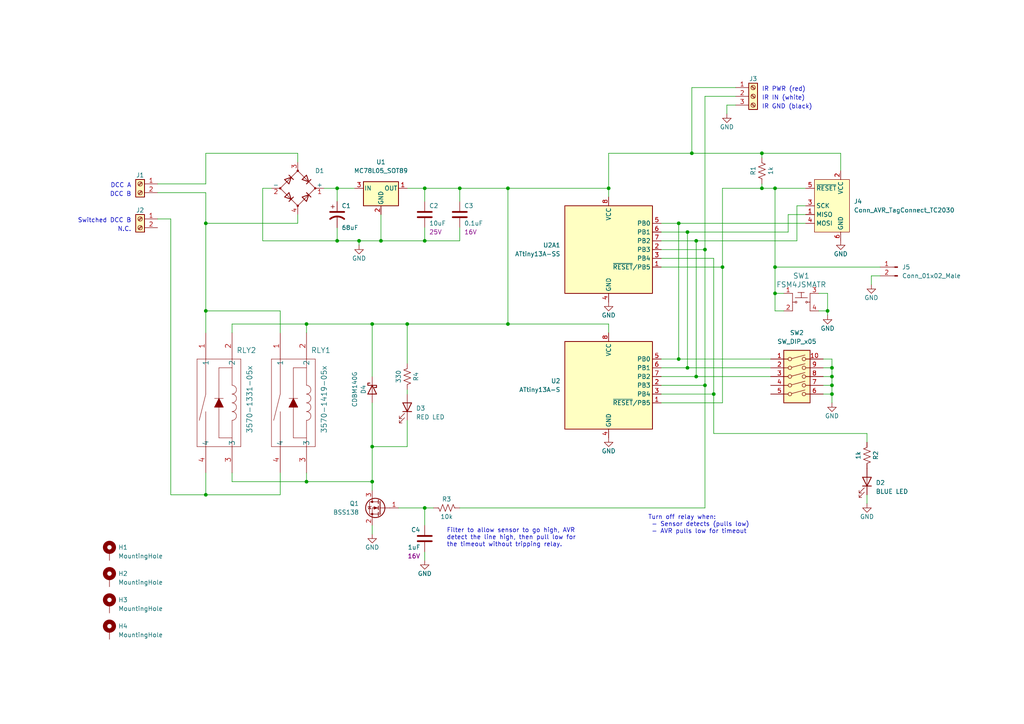
<source format=kicad_sch>
(kicad_sch (version 20211123) (generator eeschema)
  (paper "A4")
  (lib_symbols
    (symbol "Connector:Conn_01x02_Male" (pin_names (offset 1.016) hide)
      (property "Reference" "J" (at 0 2.54 0))
      (property "Value" "Conn_01x02_Male" (at 0 -5.08 0))
      (symbol "Conn_01x02_Male_1_1"
        (polyline (pts (xy 1.27 -2.54) (xy 0.8636 -2.54)) (stroke (width 0.1524)))
        (polyline (pts (xy 1.27 0) (xy 0.8636 0)) (stroke (width 0.1524)))
        (rectangle (start 0.8636 -2.413) (end 0 -2.667) (stroke (width 0.1524)) (fill (type outline)))
        (rectangle (start 0.8636 0.127) (end 0 -0.127) (stroke (width 0.1524)) (fill (type outline)))
        (pin passive line (at 5.08 0 180) (length 3.81) (name "Pin_1") (number "1"))
        (pin passive line (at 5.08 -2.54 180) (length 3.81) (name "Pin_2") (number "2"))
      )
    )
    (symbol "Connector:Screw_Terminal_01x02" (pin_names (offset 1.016) hide)
      (property "Reference" "J" (at 0 2.54 0))
      (property "Value" "Screw_Terminal_01x02" (at 0 -5.08 0))
      (symbol "Screw_Terminal_01x02_1_1"
        (rectangle (start -1.27 1.27) (end 1.27 -3.81) (stroke (width 0.254)) (fill (type background)))
        (circle (center 0 -2.54) (radius 0.635) (stroke (width 0.1524)))
        (polyline (pts (xy -0.5334 -2.2098) (xy 0.3302 -3.048)) (stroke (width 0.1524)))
        (polyline (pts (xy -0.5334 0.3302) (xy 0.3302 -0.508)) (stroke (width 0.1524)))
        (polyline (pts (xy -0.3556 -2.032) (xy 0.508 -2.8702)) (stroke (width 0.1524)))
        (polyline (pts (xy -0.3556 0.508) (xy 0.508 -0.3302)) (stroke (width 0.1524)))
        (circle (center 0 0) (radius 0.635) (stroke (width 0.1524)))
        (pin passive line (at -5.08 0 0) (length 3.81) (name "Pin_1") (number "1"))
        (pin passive line (at -5.08 -2.54 0) (length 3.81) (name "Pin_2") (number "2"))
      )
    )
    (symbol "Connector:Screw_Terminal_01x03" (pin_names (offset 1.016) hide)
      (property "Reference" "J" (at 0 5.08 0))
      (property "Value" "Screw_Terminal_01x03" (at 0 -5.08 0))
      (symbol "Screw_Terminal_01x03_1_1"
        (rectangle (start -1.27 3.81) (end 1.27 -3.81) (stroke (width 0.254)) (fill (type background)))
        (circle (center 0 -2.54) (radius 0.635) (stroke (width 0.1524)))
        (polyline (pts (xy -0.5334 -2.2098) (xy 0.3302 -3.048)) (stroke (width 0.1524)))
        (polyline (pts (xy -0.5334 0.3302) (xy 0.3302 -0.508)) (stroke (width 0.1524)))
        (polyline (pts (xy -0.5334 2.8702) (xy 0.3302 2.032)) (stroke (width 0.1524)))
        (polyline (pts (xy -0.3556 -2.032) (xy 0.508 -2.8702)) (stroke (width 0.1524)))
        (polyline (pts (xy -0.3556 0.508) (xy 0.508 -0.3302)) (stroke (width 0.1524)))
        (polyline (pts (xy -0.3556 3.048) (xy 0.508 2.2098)) (stroke (width 0.1524)))
        (circle (center 0 0) (radius 0.635) (stroke (width 0.1524)))
        (circle (center 0 2.54) (radius 0.635) (stroke (width 0.1524)))
        (pin passive line (at -5.08 2.54 0) (length 3.81) (name "Pin_1") (number "1"))
        (pin passive line (at -5.08 0 0) (length 3.81) (name "Pin_2") (number "2"))
        (pin passive line (at -5.08 -2.54 0) (length 3.81) (name "Pin_3") (number "3"))
      )
    )
    (symbol "Device:C" (pin_numbers hide) (pin_names (offset 0.254))
      (property "Reference" "C" (at 0.635 2.54 0))
      (property "Value" "C" (at 0.635 -2.54 0))
      (symbol "C_0_1"
        (polyline (pts (xy -2.032 -0.762) (xy 2.032 -0.762)) (stroke (width 0.508)))
        (polyline (pts (xy -2.032 0.762) (xy 2.032 0.762)) (stroke (width 0.508)))
      )
      (symbol "C_1_1"
        (pin passive line (at 0 3.81 270) (length 2.794) (name "~") (number "1"))
        (pin passive line (at 0 -3.81 90) (length 2.794) (name "~") (number "2"))
      )
    )
    (symbol "Device:C_Polarized_US" (pin_numbers hide) (pin_names (offset 0.254) hide)
      (property "Reference" "C" (at 0.635 2.54 0))
      (property "Value" "C_Polarized_US" (at 0.635 -2.54 0))
      (symbol "C_Polarized_US_0_1"
        (polyline (pts (xy -2.032 0.762) (xy 2.032 0.762)) (stroke (width 0.508)))
        (polyline (pts (xy -1.778 2.286) (xy -0.762 2.286)))
        (polyline (pts (xy -1.27 1.778) (xy -1.27 2.794)))
        (arc (start 2.032 -1.27) (mid 0 -0.5572) (end -2.032 -1.27) (stroke (width 0.508)))
      )
      (symbol "C_Polarized_US_1_1"
        (pin passive line (at 0 3.81 270) (length 2.794) (name "~") (number "1"))
        (pin passive line (at 0 -3.81 90) (length 3.302) (name "~") (number "2"))
      )
    )
    (symbol "Device:D_Bridge_+-AA" (pin_names (offset 0))
      (property "Reference" "D" (at 2.54 6.985 0))
      (property "Value" "D_Bridge_+-AA" (at 2.54 5.08 0))
      (symbol "D_Bridge_+-AA_0_1"
        (circle (center -5.08 0) (radius 0.254) (fill (type outline)))
        (circle (center 0 -5.08) (radius 0.254) (fill (type outline)))
        (polyline (pts (xy -2.54 3.81) (xy -1.27 2.54)) (stroke (width 0.254)))
        (polyline (pts (xy -1.27 -2.54) (xy -2.54 -3.81)) (stroke (width 0.254)))
        (polyline (pts (xy 2.54 -1.27) (xy 3.81 -2.54)) (stroke (width 0.254)))
        (polyline (pts (xy 2.54 1.27) (xy 3.81 2.54)) (stroke (width 0.254)))
        (polyline (pts (xy -3.81 2.54) (xy -2.54 1.27) (xy -1.905 3.175) (xy -3.81 2.54)) (stroke (width 0.254)))
        (polyline (pts (xy -2.54 -1.27) (xy -3.81 -2.54) (xy -1.905 -3.175) (xy -2.54 -1.27)) (stroke (width 0.254)))
        (polyline (pts (xy 1.27 2.54) (xy 2.54 3.81) (xy 3.175 1.905) (xy 1.27 2.54)) (stroke (width 0.254)))
        (polyline (pts (xy 3.175 -1.905) (xy 1.27 -2.54) (xy 2.54 -3.81) (xy 3.175 -1.905)) (stroke (width 0.254)))
        (polyline (pts (xy -5.08 0) (xy 0 -5.08) (xy 5.08 0) (xy 0 5.08) (xy -5.08 0)))
        (circle (center 0 5.08) (radius 0.254) (fill (type outline)))
        (circle (center 5.08 0) (radius 0.254) (fill (type outline)))
      )
      (symbol "D_Bridge_+-AA_1_1"
        (pin passive line (at 7.62 0 180) (length 2.54) (name "+") (number "1"))
        (pin passive line (at -7.62 0 0) (length 2.54) (name "-") (number "2"))
        (pin passive line (at 0 7.62 270) (length 2.54) (name "~") (number "3"))
        (pin passive line (at 0 -7.62 90) (length 2.54) (name "~") (number "4"))
      )
    )
    (symbol "Device:D_Schottky" (pin_numbers hide) (pin_names (offset 1.016) hide)
      (property "Reference" "D" (at 0 2.54 0))
      (property "Value" "D_Schottky" (at 0 -2.54 0))
      (symbol "D_Schottky_0_1"
        (polyline (pts (xy 1.27 0) (xy -1.27 0)))
        (polyline (pts (xy 1.27 1.27) (xy 1.27 -1.27) (xy -1.27 0) (xy 1.27 1.27)) (stroke (width 0.254)))
        (polyline (pts (xy -1.905 0.635) (xy -1.905 1.27) (xy -1.27 1.27) (xy -1.27 -1.27) (xy -0.635 -1.27) (xy -0.635 -0.635)) (stroke (width 0.254)))
      )
      (symbol "D_Schottky_1_1"
        (pin passive line (at -3.81 0 0) (length 2.54) (name "K") (number "1"))
        (pin passive line (at 3.81 0 180) (length 2.54) (name "A") (number "2"))
      )
    )
    (symbol "Device:LED" (pin_numbers hide) (pin_names (offset 1.016) hide)
      (property "Reference" "D" (at 0 2.54 0))
      (property "Value" "LED" (at 0 -2.54 0))
      (symbol "LED_0_1"
        (polyline (pts (xy -1.27 -1.27) (xy -1.27 1.27)) (stroke (width 0.254)))
        (polyline (pts (xy -1.27 0) (xy 1.27 0)))
        (polyline (pts (xy 1.27 -1.27) (xy 1.27 1.27) (xy -1.27 0) (xy 1.27 -1.27)) (stroke (width 0.254)))
        (polyline (pts (xy -3.048 -0.762) (xy -4.572 -2.286) (xy -3.81 -2.286) (xy -4.572 -2.286) (xy -4.572 -1.524)))
        (polyline (pts (xy -1.778 -0.762) (xy -3.302 -2.286) (xy -2.54 -2.286) (xy -3.302 -2.286) (xy -3.302 -1.524)))
      )
      (symbol "LED_1_1"
        (pin passive line (at -3.81 0 0) (length 2.54) (name "K") (number "1"))
        (pin passive line (at 3.81 0 180) (length 2.54) (name "A") (number "2"))
      )
    )
    (symbol "Device:R_US" (pin_numbers hide) (pin_names (offset 0))
      (property "Reference" "R" (at 2.54 0 90))
      (property "Value" "R_US" (at -2.54 0 90))
      (symbol "R_US_0_1"
        (polyline (pts (xy 0 -2.286) (xy 0 -2.54)))
        (polyline (pts (xy 0 2.286) (xy 0 2.54)))
        (polyline (pts (xy 0 -0.762) (xy 1.016 -1.143) (xy 0 -1.524) (xy -1.016 -1.905) (xy 0 -2.286)))
        (polyline (pts (xy 0 0.762) (xy 1.016 0.381) (xy 0 0) (xy -1.016 -0.381) (xy 0 -0.762)))
        (polyline (pts (xy 0 2.286) (xy 1.016 1.905) (xy 0 1.524) (xy -1.016 1.143) (xy 0 0.762)))
      )
      (symbol "R_US_1_1"
        (pin passive line (at 0 3.81 270) (length 1.27) (name "~") (number "1"))
        (pin passive line (at 0 -3.81 90) (length 1.27) (name "~") (number "2"))
      )
    )
    (symbol "ISE Generic:Conn_AVR_TagConnect_TC2030" (in_bom no)
      (property "Reference" "J" (at 2.54 11.43 0))
      (property "Value" "Conn_AVR_TagConnect_TC2030" (at 5.08 8.89 0))
      (symbol "Conn_AVR_TagConnect_TC2030_0_0"
        (pin output line (at 7.62 -2.54 180) (length 2.54) (name "MISO") (number "1"))
        (pin power_in line (at -2.54 10.16 270) (length 2.54) (name "VCC") (number "2"))
        (pin input line (at 7.62 0 180) (length 2.54) (name "SCK") (number "3"))
        (pin input line (at 7.62 -5.08 180) (length 2.54) (name "MOSI") (number "4"))
        (pin open_collector line (at 7.62 5.08 180) (length 2.54) (name "~{RESET}") (number "5"))
        (pin power_in line (at -2.54 -10.16 90) (length 2.54) (name "GND") (number "6"))
      )
      (symbol "Conn_AVR_TagConnect_TC2030_0_1"
        (rectangle (start -5.08 7.62) (end 5.08 -7.62) (fill (type background)))
      )
    )
    (symbol "ISE_UltraLibrarian:Comus_3570" (pin_names (offset 0.254))
      (property "Reference" "U" (at 20.32 10.16 0))
      (property "Value" "Comus_3570" (at 20.32 7.62 0))
      (symbol "Comus_3570_1_1"
        (polyline (pts (xy 7.62 -7.62) (xy 33.02 -7.62)) (stroke (width 0.127)))
        (polyline (pts (xy 7.62 -5.08) (xy 15.24 -5.08)) (stroke (width 0.127)))
        (polyline (pts (xy 7.62 2.54) (xy 17.78 2.54)) (stroke (width 0.127)))
        (polyline (pts (xy 7.62 5.08) (xy 7.62 -7.62)) (stroke (width 0.127)))
        (polyline (pts (xy 10.16 -5.08) (xy 10.16 -1.27)) (stroke (width 0.127)))
        (polyline (pts (xy 17.78 2.54) (xy 25.4 4.445)) (stroke (width 0.127)))
        (polyline (pts (xy 19.05 -1.27) (xy 10.16 -1.27)) (stroke (width 0.127)))
        (polyline (pts (xy 19.05 0) (xy 19.05 -2.54)) (stroke (width 0.127)))
        (polyline (pts (xy 21.59 -2.54) (xy 19.05 -1.27)) (stroke (width 0.127)))
        (polyline (pts (xy 21.59 0) (xy 19.05 -1.27)) (stroke (width 0.127)))
        (polyline (pts (xy 21.59 0) (xy 21.59 -2.54)) (stroke (width 0.127)))
        (polyline (pts (xy 30.48 -5.08) (xy 30.48 -1.27)) (stroke (width 0.127)))
        (polyline (pts (xy 30.48 -1.27) (xy 21.59 -1.27)) (stroke (width 0.127)))
        (polyline (pts (xy 33.02 -7.62) (xy 33.02 5.08)) (stroke (width 0.127)))
        (polyline (pts (xy 33.02 -5.08) (xy 25.4 -5.08)) (stroke (width 0.127)))
        (polyline (pts (xy 33.02 2.54) (xy 22.86 2.54)) (stroke (width 0.127)))
        (polyline (pts (xy 33.02 5.08) (xy 7.62 5.08)) (stroke (width 0.127)))
        (polyline (pts (xy 19.05 -1.27) (xy 21.59 0) (xy 21.59 -2.54) (xy 19.05 -1.27)) (fill (type outline)))
        (arc (start 15.24 -5.08) (mid 16.51 -6.35) (end 17.78 -5.08) (stroke (width 0.127)))
        (arc (start 17.78 -5.08) (mid 19.05 -6.35) (end 20.32 -5.08) (stroke (width 0.127)))
        (arc (start 20.32 -5.08) (mid 21.59 -6.35) (end 22.86 -5.08) (stroke (width 0.127)))
        (arc (start 22.86 -5.08) (mid 24.13 -6.35) (end 25.4 -5.08) (stroke (width 0.127)))
        (pin unspecified line (at 0 2.54 0) (length 7.62) (name "1") (number "1"))
        (pin unspecified line (at 0 -5.08 0) (length 7.62) (name "2") (number "2"))
        (pin unspecified line (at 40.64 -5.08 180) (length 7.62) (name "3") (number "3"))
        (pin unspecified line (at 40.64 2.54 180) (length 7.62) (name "4") (number "4"))
      )
    )
    (symbol "MCU_Microchip_ATtiny:ATtiny13A-S"
      (property "Reference" "U" (at -12.7 13.97 0))
      (property "Value" "ATtiny13A-S" (at 2.54 -13.97 0))
      (symbol "ATtiny13A-S_0_1"
        (rectangle (start -12.7 -12.7) (end 12.7 12.7) (stroke (width 0.254)) (fill (type background)))
      )
      (symbol "ATtiny13A-S_1_1"
        (pin bidirectional line (at 15.24 -5.08 180) (length 2.54) (name "~{RESET}/PB5") (number "1"))
        (pin bidirectional line (at 15.24 0 180) (length 2.54) (name "PB3") (number "2"))
        (pin bidirectional line (at 15.24 -2.54 180) (length 2.54) (name "PB4") (number "3"))
        (pin power_in line (at 0 -15.24 90) (length 2.54) (name "GND") (number "4"))
        (pin bidirectional line (at 15.24 7.62 180) (length 2.54) (name "PB0") (number "5"))
        (pin bidirectional line (at 15.24 5.08 180) (length 2.54) (name "PB1") (number "6"))
        (pin bidirectional line (at 15.24 2.54 180) (length 2.54) (name "PB2") (number "7"))
        (pin power_in line (at 0 15.24 270) (length 2.54) (name "VCC") (number "8"))
      )
    )
    (symbol "MCU_Microchip_ATtiny:ATtiny13A-SS"
      (property "Reference" "U" (at -12.7 13.97 0))
      (property "Value" "ATtiny13A-SS" (at 2.54 -13.97 0))
      (symbol "ATtiny13A-SS_0_1"
        (rectangle (start -12.7 -12.7) (end 12.7 12.7) (stroke (width 0.254)) (fill (type background)))
      )
      (symbol "ATtiny13A-SS_1_1"
        (pin bidirectional line (at 15.24 -5.08 180) (length 2.54) (name "~{RESET}/PB5") (number "1"))
        (pin bidirectional line (at 15.24 0 180) (length 2.54) (name "PB3") (number "2"))
        (pin bidirectional line (at 15.24 -2.54 180) (length 2.54) (name "PB4") (number "3"))
        (pin power_in line (at 0 -15.24 90) (length 2.54) (name "GND") (number "4"))
        (pin bidirectional line (at 15.24 7.62 180) (length 2.54) (name "PB0") (number "5"))
        (pin bidirectional line (at 15.24 5.08 180) (length 2.54) (name "PB1") (number "6"))
        (pin bidirectional line (at 15.24 2.54 180) (length 2.54) (name "PB2") (number "7"))
        (pin power_in line (at 0 15.24 270) (length 2.54) (name "VCC") (number "8"))
      )
    )
    (symbol "Mechanical:MountingHole_Pad" (pin_numbers hide) (pin_names (offset 1.016) hide)
      (property "Reference" "H" (at 0 6.35 0))
      (property "Value" "MountingHole_Pad" (at 0 4.445 0))
      (symbol "MountingHole_Pad_0_1"
        (circle (center 0 1.27) (radius 1.27) (stroke (width 1.27)))
      )
      (symbol "MountingHole_Pad_1_1"
        (pin input line (at 0 -2.54 90) (length 2.54) (name "1") (number "1"))
      )
    )
    (symbol "Regulator_Linear:MC78L05_SOT89" (pin_names (offset 0.254))
      (property "Reference" "U" (at -3.81 3.175 0))
      (property "Value" "MC78L05_SOT89" (at -0.635 3.175 0))
      (symbol "MC78L05_SOT89_0_1"
        (rectangle (start -5.08 1.905) (end 5.08 -5.08) (stroke (width 0.254)) (fill (type background)))
      )
      (symbol "MC78L05_SOT89_1_1"
        (pin power_out line (at 7.62 0 180) (length 2.54) (name "OUT") (number "1"))
        (pin power_in line (at 0 -7.62 90) (length 2.54) (name "GND") (number "2"))
        (pin power_in line (at -7.62 0 0) (length 2.54) (name "IN") (number "3"))
      )
    )
    (symbol "Switch:SW_DIP_x05" (pin_names (offset 0) hide)
      (property "Reference" "SW" (at 0 8.89 0))
      (property "Value" "SW_DIP_x05" (at 0 -8.89 0))
      (symbol "SW_DIP_x05_0_0"
        (circle (center -2.032 -5.08) (radius 0.508))
        (circle (center -2.032 -2.54) (radius 0.508))
        (circle (center -2.032 0) (radius 0.508))
        (circle (center -2.032 2.54) (radius 0.508))
        (circle (center -2.032 5.08) (radius 0.508))
        (polyline (pts (xy -1.524 -4.9276) (xy 2.3622 -3.8862)))
        (polyline (pts (xy -1.524 -2.3876) (xy 2.3622 -1.3462)))
        (polyline (pts (xy -1.524 0.127) (xy 2.3622 1.1684)))
        (polyline (pts (xy -1.524 2.667) (xy 2.3622 3.7084)))
        (polyline (pts (xy -1.524 5.207) (xy 2.3622 6.2484)))
        (circle (center 2.032 -5.08) (radius 0.508))
        (circle (center 2.032 -2.54) (radius 0.508))
        (circle (center 2.032 0) (radius 0.508))
        (circle (center 2.032 2.54) (radius 0.508))
        (circle (center 2.032 5.08) (radius 0.508))
      )
      (symbol "SW_DIP_x05_0_1"
        (rectangle (start -3.81 7.62) (end 3.81 -7.62) (stroke (width 0.254)) (fill (type background)))
      )
      (symbol "SW_DIP_x05_1_1"
        (pin passive line (at -7.62 5.08 0) (length 5.08) (name "~") (number "1"))
        (pin passive line (at 7.62 5.08 180) (length 5.08) (name "~") (number "10"))
        (pin passive line (at -7.62 2.54 0) (length 5.08) (name "~") (number "2"))
        (pin passive line (at -7.62 0 0) (length 5.08) (name "~") (number "3"))
        (pin passive line (at -7.62 -2.54 0) (length 5.08) (name "~") (number "4"))
        (pin passive line (at -7.62 -5.08 0) (length 5.08) (name "~") (number "5"))
        (pin passive line (at 7.62 -5.08 180) (length 5.08) (name "~") (number "6"))
        (pin passive line (at 7.62 -2.54 180) (length 5.08) (name "~") (number "7"))
        (pin passive line (at 7.62 0 180) (length 5.08) (name "~") (number "8"))
        (pin passive line (at 7.62 2.54 180) (length 5.08) (name "~") (number "9"))
      )
    )
    (symbol "Transistor_FET:BSS138" (pin_names hide)
      (property "Reference" "Q" (at 5.08 1.905 0))
      (property "Value" "BSS138" (at 5.08 0 0))
      (symbol "BSS138_0_1"
        (polyline (pts (xy 0.254 0) (xy -2.54 0)))
        (polyline (pts (xy 0.254 1.905) (xy 0.254 -1.905)) (stroke (width 0.254)))
        (polyline (pts (xy 0.762 -1.27) (xy 0.762 -2.286)) (stroke (width 0.254)))
        (polyline (pts (xy 0.762 0.508) (xy 0.762 -0.508)) (stroke (width 0.254)))
        (polyline (pts (xy 0.762 2.286) (xy 0.762 1.27)) (stroke (width 0.254)))
        (polyline (pts (xy 2.54 2.54) (xy 2.54 1.778)))
        (polyline (pts (xy 2.54 -2.54) (xy 2.54 0) (xy 0.762 0)))
        (polyline (pts (xy 0.762 -1.778) (xy 3.302 -1.778) (xy 3.302 1.778) (xy 0.762 1.778)))
        (polyline (pts (xy 1.016 0) (xy 2.032 0.381) (xy 2.032 -0.381) (xy 1.016 0)) (fill (type outline)))
        (polyline (pts (xy 2.794 0.508) (xy 2.921 0.381) (xy 3.683 0.381) (xy 3.81 0.254)))
        (polyline (pts (xy 3.302 0.381) (xy 2.921 -0.254) (xy 3.683 -0.254) (xy 3.302 0.381)))
        (circle (center 1.651 0) (radius 2.794) (stroke (width 0.254)))
        (circle (center 2.54 -1.778) (radius 0.254) (fill (type outline)))
        (circle (center 2.54 1.778) (radius 0.254) (fill (type outline)))
      )
      (symbol "BSS138_1_1"
        (pin input line (at -5.08 0 0) (length 2.54) (name "G") (number "1"))
        (pin passive line (at 2.54 -5.08 90) (length 2.54) (name "S") (number "2"))
        (pin passive line (at 2.54 5.08 270) (length 2.54) (name "D") (number "3"))
      )
    )
    (symbol "dk_Tactile-Switches:FSM4JSMATR" (pin_names (offset 1.016))
      (property "Reference" "S" (at 0 5.08 0))
      (property "Value" "FSM4JSMATR" (at 0 -5.08 0))
      (symbol "FSM4JSMATR_0_1"
        (circle (center -1.524 0) (radius 0.254))
        (polyline (pts (xy -2.54 2.54) (xy -2.54 -2.54)))
        (polyline (pts (xy -1.778 0) (xy -2.54 0)))
        (polyline (pts (xy -1.778 1.27) (xy 1.778 1.27)))
        (polyline (pts (xy 2.54 -2.54) (xy 2.54 2.54)))
        (polyline (pts (xy 2.54 0) (xy 1.778 0)))
        (circle (center 1.524 0) (radius 0.254))
      )
      (symbol "FSM4JSMATR_1_1"
        (polyline (pts (xy -1.016 2.794) (xy 0.889 2.794)))
        (polyline (pts (xy 0 2.794) (xy 0 1.27)))
        (pin passive line (at -5.08 2.54 0) (length 2.54) (name "~") (number "1"))
        (pin passive line (at -5.08 -2.54 0) (length 2.54) (name "~") (number "2"))
        (pin passive line (at 5.08 2.54 180) (length 2.54) (name "~") (number "3"))
        (pin passive line (at 5.08 -2.54 180) (length 2.54) (name "~") (number "4"))
      )
    )
    (symbol "power:GND" (power) (pin_names (offset 0))
      (property "Value" "GND" (at 0 -3.81 0))
      (symbol "GND_0_1"
        (polyline (pts (xy 0 0) (xy 0 -1.27) (xy 1.27 -1.27) (xy 0 -2.54) (xy -1.27 -1.27) (xy 0 -1.27)))
      )
      (symbol "GND_1_1"
        (pin power_in line (at 0 0 270) (length 0) hide (name "GND") (number "1"))
      )
    )
  )
  (junction (at 199.39 67.31))
  (junction (at 147.32 93.98))
  (junction (at 200.66 44.45))
  (junction (at 59.69 143.51))
  (junction (at 107.95 93.98))
  (junction (at 88.9 139.7))
  (junction (at 118.11 93.98))
  (junction (at 241.3 114.3))
  (junction (at 241.3 109.22))
  (junction (at 59.69 90.17))
  (junction (at 123.19 69.85))
  (junction (at 97.79 54.61))
  (junction (at 224.79 85.09))
  (junction (at 123.19 54.61))
  (junction (at 199.39 106.68))
  (junction (at 110.49 69.85))
  (junction (at 204.47 72.39))
  (junction (at 59.69 64.77))
  (junction (at 220.98 54.61))
  (junction (at 201.93 69.85))
  (junction (at 88.9 93.98))
  (junction (at 204.47 111.76))
  (junction (at 207.01 114.3))
  (junction (at 209.55 77.47))
  (junction (at 196.85 104.14))
  (junction (at 224.79 54.61))
  (junction (at 104.14 69.85))
  (junction (at 107.95 129.54))
  (junction (at 123.19 147.32))
  (junction (at 133.35 54.61))
  (junction (at 176.53 54.61))
  (junction (at 147.32 54.61))
  (junction (at 107.95 139.7))
  (junction (at 196.85 64.77))
  (junction (at 220.98 44.45))
  (junction (at 240.03 90.17))
  (junction (at 97.79 69.85))
  (junction (at 201.93 109.22))
  (junction (at 241.3 106.68))
  (junction (at 241.3 111.76))
  (junction (at 224.79 77.47))
  (wire (pts (xy 67.31 93.98) (xy 88.9 93.98)))
  (wire (pts (xy 209.55 77.47) (xy 209.55 116.84)))
  (wire (pts (xy 191.77 64.77) (xy 196.85 64.77)))
  (wire (pts (xy 191.77 69.85) (xy 201.93 69.85)))
  (wire (pts (xy 233.68 54.61) (xy 224.79 54.61)))
  (wire (pts (xy 123.19 147.32) (xy 125.73 147.32)))
  (wire (pts (xy 59.69 44.45) (xy 86.36 44.45)))
  (wire (pts (xy 204.47 72.39) (xy 204.47 111.76)))
  (wire (pts (xy 209.55 116.84) (xy 191.77 116.84)))
  (wire (pts (xy 59.69 143.51) (xy 59.69 137.16)))
  (wire (pts (xy 81.28 137.16) (xy 81.28 143.51)))
  (wire (pts (xy 224.79 85.09) (xy 227.33 85.09)))
  (wire (pts (xy 237.49 90.17) (xy 240.03 90.17)))
  (wire (pts (xy 133.35 54.61) (xy 133.35 58.42)))
  (wire (pts (xy 97.79 54.61) (xy 97.79 58.42)))
  (wire (pts (xy 224.79 77.47) (xy 255.27 77.47)))
  (wire (pts (xy 118.11 93.98) (xy 118.11 105.41)))
  (wire (pts (xy 81.28 143.51) (xy 59.69 143.51)))
  (wire (pts (xy 196.85 104.14) (xy 223.52 104.14)))
  (wire (pts (xy 251.46 128.27) (xy 251.46 125.73)))
  (wire (pts (xy 59.69 90.17) (xy 81.28 90.17)))
  (wire (pts (xy 118.11 54.61) (xy 123.19 54.61)))
  (wire (pts (xy 200.66 44.45) (xy 176.53 44.45)))
  (wire (pts (xy 252.73 80.01) (xy 255.27 80.01)))
  (wire (pts (xy 204.47 111.76) (xy 204.47 147.32)))
  (wire (pts (xy 49.53 63.5) (xy 49.53 143.51)))
  (wire (pts (xy 238.76 106.68) (xy 241.3 106.68)))
  (wire (pts (xy 196.85 64.77) (xy 233.68 64.77)))
  (wire (pts (xy 176.53 57.15) (xy 176.53 54.61)))
  (wire (pts (xy 224.79 54.61) (xy 220.98 54.61)))
  (wire (pts (xy 207.01 125.73) (xy 207.01 114.3)))
  (wire (pts (xy 199.39 106.68) (xy 191.77 106.68)))
  (wire (pts (xy 204.47 111.76) (xy 191.77 111.76)))
  (wire (pts (xy 241.3 109.22) (xy 241.3 111.76)))
  (wire (pts (xy 191.77 67.31) (xy 199.39 67.31)))
  (wire (pts (xy 204.47 27.94) (xy 204.47 72.39)))
  (wire (pts (xy 209.55 54.61) (xy 209.55 77.47)))
  (wire (pts (xy 110.49 69.85) (xy 110.49 62.23)))
  (wire (pts (xy 176.53 93.98) (xy 147.32 93.98)))
  (wire (pts (xy 201.93 69.85) (xy 231.14 69.85)))
  (wire (pts (xy 224.79 85.09) (xy 224.79 90.17)))
  (wire (pts (xy 191.77 74.93) (xy 207.01 74.93)))
  (wire (pts (xy 115.57 147.32) (xy 123.19 147.32)))
  (wire (pts (xy 76.2 54.61) (xy 76.2 69.85)))
  (wire (pts (xy 59.69 55.88) (xy 45.72 55.88)))
  (wire (pts (xy 251.46 146.05) (xy 251.46 143.51)))
  (wire (pts (xy 220.98 54.61) (xy 209.55 54.61)))
  (wire (pts (xy 207.01 114.3) (xy 191.77 114.3)))
  (wire (pts (xy 241.3 104.14) (xy 241.3 106.68)))
  (wire (pts (xy 118.11 121.92) (xy 118.11 129.54)))
  (wire (pts (xy 93.98 54.61) (xy 97.79 54.61)))
  (wire (pts (xy 97.79 54.61) (xy 102.87 54.61)))
  (wire (pts (xy 191.77 72.39) (xy 204.47 72.39)))
  (wire (pts (xy 228.6 62.23) (xy 233.68 62.23)))
  (wire (pts (xy 220.98 44.45) (xy 220.98 45.72)))
  (wire (pts (xy 118.11 129.54) (xy 107.95 129.54)))
  (wire (pts (xy 196.85 64.77) (xy 196.85 104.14)))
  (wire (pts (xy 210.82 33.02) (xy 210.82 30.48)))
  (wire (pts (xy 191.77 109.22) (xy 201.93 109.22)))
  (wire (pts (xy 67.31 96.52) (xy 67.31 93.98)))
  (wire (pts (xy 147.32 54.61) (xy 147.32 93.98)))
  (wire (pts (xy 210.82 30.48) (xy 213.36 30.48)))
  (wire (pts (xy 191.77 77.47) (xy 209.55 77.47)))
  (wire (pts (xy 201.93 109.22) (xy 223.52 109.22)))
  (wire (pts (xy 207.01 74.93) (xy 207.01 114.3)))
  (wire (pts (xy 45.72 53.34) (xy 59.69 53.34)))
  (wire (pts (xy 123.19 162.56) (xy 123.19 160.02)))
  (wire (pts (xy 88.9 139.7) (xy 107.95 139.7)))
  (wire (pts (xy 59.69 53.34) (xy 59.69 44.45)))
  (wire (pts (xy 86.36 62.23) (xy 86.36 64.77)))
  (wire (pts (xy 199.39 106.68) (xy 223.52 106.68)))
  (wire (pts (xy 123.19 58.42) (xy 123.19 54.61)))
  (wire (pts (xy 228.6 67.31) (xy 228.6 62.23)))
  (wire (pts (xy 220.98 44.45) (xy 200.66 44.45)))
  (wire (pts (xy 237.49 85.09) (xy 240.03 85.09)))
  (wire (pts (xy 59.69 64.77) (xy 59.69 55.88)))
  (wire (pts (xy 240.03 90.17) (xy 240.03 85.09)))
  (wire (pts (xy 104.14 69.85) (xy 110.49 69.85)))
  (wire (pts (xy 107.95 116.84) (xy 107.95 129.54)))
  (wire (pts (xy 107.95 139.7) (xy 107.95 142.24)))
  (wire (pts (xy 238.76 114.3) (xy 241.3 114.3)))
  (wire (pts (xy 86.36 64.77) (xy 59.69 64.77)))
  (wire (pts (xy 67.31 139.7) (xy 88.9 139.7)))
  (wire (pts (xy 45.72 63.5) (xy 49.53 63.5)))
  (wire (pts (xy 213.36 25.4) (xy 200.66 25.4)))
  (wire (pts (xy 176.53 54.61) (xy 147.32 54.61)))
  (wire (pts (xy 243.84 44.45) (xy 220.98 44.45)))
  (wire (pts (xy 238.76 111.76) (xy 241.3 111.76)))
  (wire (pts (xy 252.73 82.55) (xy 252.73 80.01)))
  (wire (pts (xy 107.95 129.54) (xy 107.95 139.7)))
  (wire (pts (xy 241.3 111.76) (xy 241.3 114.3)))
  (wire (pts (xy 231.14 69.85) (xy 231.14 59.69)))
  (wire (pts (xy 227.33 90.17) (xy 224.79 90.17)))
  (wire (pts (xy 78.74 54.61) (xy 76.2 54.61)))
  (wire (pts (xy 49.53 143.51) (xy 59.69 143.51)))
  (wire (pts (xy 86.36 44.45) (xy 86.36 46.99)))
  (wire (pts (xy 243.84 49.53) (xy 243.84 44.45)))
  (wire (pts (xy 213.36 27.94) (xy 204.47 27.94)))
  (wire (pts (xy 191.77 104.14) (xy 196.85 104.14)))
  (wire (pts (xy 133.35 147.32) (xy 204.47 147.32)))
  (wire (pts (xy 231.14 59.69) (xy 233.68 59.69)))
  (wire (pts (xy 200.66 25.4) (xy 200.66 44.45)))
  (wire (pts (xy 123.19 66.04) (xy 123.19 69.85)))
  (wire (pts (xy 133.35 69.85) (xy 123.19 69.85)))
  (wire (pts (xy 97.79 69.85) (xy 104.14 69.85)))
  (wire (pts (xy 107.95 154.94) (xy 107.95 152.4)))
  (wire (pts (xy 199.39 67.31) (xy 199.39 106.68)))
  (wire (pts (xy 123.19 147.32) (xy 123.19 152.4)))
  (wire (pts (xy 76.2 69.85) (xy 97.79 69.85)))
  (wire (pts (xy 133.35 66.04) (xy 133.35 69.85)))
  (wire (pts (xy 118.11 93.98) (xy 107.95 93.98)))
  (wire (pts (xy 88.9 137.16) (xy 88.9 139.7)))
  (wire (pts (xy 97.79 66.04) (xy 97.79 69.85)))
  (wire (pts (xy 176.53 96.52) (xy 176.53 93.98)))
  (wire (pts (xy 220.98 53.34) (xy 220.98 54.61)))
  (wire (pts (xy 224.79 54.61) (xy 224.79 77.47)))
  (wire (pts (xy 81.28 96.52) (xy 81.28 90.17)))
  (wire (pts (xy 240.03 90.17) (xy 240.03 91.44)))
  (wire (pts (xy 241.3 106.68) (xy 241.3 109.22)))
  (wire (pts (xy 59.69 64.77) (xy 59.69 90.17)))
  (wire (pts (xy 59.69 90.17) (xy 59.69 96.52)))
  (wire (pts (xy 147.32 93.98) (xy 118.11 93.98)))
  (wire (pts (xy 199.39 67.31) (xy 228.6 67.31)))
  (wire (pts (xy 123.19 69.85) (xy 110.49 69.85)))
  (wire (pts (xy 104.14 69.85) (xy 104.14 71.12)))
  (wire (pts (xy 118.11 113.03) (xy 118.11 114.3)))
  (wire (pts (xy 107.95 93.98) (xy 107.95 109.22)))
  (wire (pts (xy 238.76 109.22) (xy 241.3 109.22)))
  (wire (pts (xy 88.9 96.52) (xy 88.9 93.98)))
  (wire (pts (xy 67.31 137.16) (xy 67.31 139.7)))
  (wire (pts (xy 133.35 54.61) (xy 147.32 54.61)))
  (wire (pts (xy 201.93 69.85) (xy 201.93 109.22)))
  (wire (pts (xy 238.76 104.14) (xy 241.3 104.14)))
  (wire (pts (xy 251.46 125.73) (xy 207.01 125.73)))
  (wire (pts (xy 88.9 93.98) (xy 107.95 93.98)))
  (wire (pts (xy 176.53 44.45) (xy 176.53 54.61)))
  (wire (pts (xy 123.19 54.61) (xy 133.35 54.61)))
  (wire (pts (xy 224.79 77.47) (xy 224.79 85.09)))
  (wire (pts (xy 241.3 114.3) (xy 241.3 116.84)))
  (text "N.C." (at 38.1 67.31 180) (effects (font (size 1.27 1.27)) (justify right bottom)))
  (text "IR IN (white)" (at 220.98 29.21 0) (effects (font (size 1.27 1.27)) (justify left bottom)))
  (text "Filter to allow sensor to go high, AVR\ndetect the line high, then pull low for\nthe timeout without tripping relay." (at 129.54 158.75 0) (effects (font (size 1.27 1.27)) (justify left bottom)))
  (text "DCC B" (at 38.1 57.15 180) (effects (font (size 1.27 1.27)) (justify right bottom)))
  (text "Switched DCC B" (at 38.1 64.77 180) (effects (font (size 1.27 1.27)) (justify right bottom)))
  (text "Turn off relay when:\n - Sensor detects (pulls low)\n - AVR pulls low for timeout" (at 187.96 154.94 0) (effects (font (size 1.27 1.27)) (justify left bottom)))
  (text "IR PWR (red)" (at 220.98 26.67 0) (effects (font (size 1.27 1.27)) (justify left bottom)))
  (text "IR GND (black)" (at 220.98 31.75 0) (effects (font (size 1.27 1.27)) (justify left bottom)))
  (text "DCC A" (at 38.1 54.61 180) (effects (font (size 1.27 1.27)) (justify right bottom)))
  (symbol (lib_id "power:GND") (at 243.84 69.85 0) (unit 1)
    (property "Reference" "#PWR09" (effects hide))
    (property "Value" "GND" (at 243.84 73.66 0))
  )
  (symbol (lib_id "ISE_UltraLibrarian:Comus_3570") (at 62.23 96.52 90) (mirror x) (unit 1)
    (property "Reference" "RLY2" (at 68.58 101.6 90) (effects (font (size 1.524 1.524)) (justify right)))
    (property "Value" "3570-1331-05x" (at 72.39 125.73 0) (effects (font (size 1.524 1.524)) (justify right)))
    (property "Footprint" "ISE_UltraLibrarian:3570-1331-051" (effects hide))
  )
  (symbol (lib_id "Transistor_FET:BSS138") (at 110.49 147.32 0) (mirror y) (unit 1)
    (property "Reference" "Q1" (at 104.14 146.0499 0) (effects (justify left)))
    (property "Value" "BSS138" (at 104.14 148.5899 0) (effects (justify left)))
    (property "Footprint" "Package_TO_SOT_SMD:SOT-23" (effects hide))
    (property "Datasheet" "https://www.onsemi.com/pub/Collateral/BSS138-D.PDF" (effects hide))
  )
  (symbol (lib_id "Connector:Screw_Terminal_01x02") (at 40.64 53.34 0) (mirror y) (unit 1)
    (property "Reference" "J1" (at 40.64 50.8 0))
    (property "Value" "Screw_Terminal_01x02" (effects hide))
    (property "Footprint" "TerminalBlock_RND:TerminalBlock_RND_205-00012_1x02_P5.00mm_Horizontal" (effects hide))
  )
  (symbol (lib_id "Connector:Conn_01x02_Male") (at 260.35 77.47 0) (mirror y) (unit 1)
    (property "Reference" "J5" (at 261.62 77.4699 0) (effects (justify right)))
    (property "Value" "Conn_01x02_Male" (at 261.62 80.0099 0) (effects (justify right)))
    (property "Footprint" "Connector_PinHeader_2.54mm:PinHeader_1x02_P2.54mm_Vertical" (effects hide))
  )
  (symbol (lib_id "power:GND") (at 240.03 91.44 0) (unit 1)
    (property "Reference" "#PWR07" (effects hide))
    (property "Value" "GND" (at 240.03 95.25 0))
  )
  (symbol (lib_id "power:GND") (at 176.53 127 0) (unit 1)
    (property "Reference" "#PWR05" (effects hide))
    (property "Value" "GND" (at 176.53 130.81 0))
  )
  (symbol (lib_id "Mechanical:MountingHole_Pad") (at 31.75 167.64 0) (unit 1)
    (property "Reference" "H2" (at 34.29 166.3699 0) (effects (justify left)))
    (property "Value" "MountingHole" (at 34.29 168.9099 0) (effects (justify left)))
    (property "Footprint" "MountingHole:MountingHole_3.2mm_M3_Pad" (effects hide))
  )
  (symbol (lib_id "Switch:SW_DIP_x05") (at 231.14 109.22 0) (unit 1)
    (property "Reference" "SW2" (at 231.14 96.52 0))
    (property "Value" "SW_DIP_x05" (at 231.14 99.06 0))
    (property "Footprint" "Button_Switch_SMD:SW_DIP_SPSTx05_Slide_9.78x14.88mm_W8.61mm_P2.54mm" (effects hide))
  )
  (symbol (lib_id "power:GND") (at 104.14 71.12 0) (unit 1)
    (property "Reference" "#PWR01" (effects hide))
    (property "Value" "GND" (at 104.14 74.93 0))
  )
  (symbol (lib_id "power:GND") (at 176.53 87.63 0) (unit 1)
    (property "Reference" "#PWR04" (effects hide))
    (property "Value" "GND" (at 176.53 91.44 0))
  )
  (symbol (lib_id "power:GND") (at 107.95 154.94 0) (unit 1)
    (property "Reference" "#PWR02" (effects hide))
    (property "Value" "GND" (at 107.95 158.75 0))
  )
  (symbol (lib_id "Mechanical:MountingHole_Pad") (at 31.75 175.26 0) (unit 1)
    (property "Reference" "H3" (at 34.29 173.9899 0) (effects (justify left)))
    (property "Value" "MountingHole" (at 34.29 176.5299 0) (effects (justify left)))
    (property "Footprint" "MountingHole:MountingHole_3.2mm_M3_Pad" (effects hide))
  )
  (symbol (lib_id "Device:C_Polarized_US") (at 97.79 62.23 0) (unit 1)
    (property "Reference" "C1" (at 99.06 59.69 0) (effects (justify left)))
    (property "Value" "68uF" (at 99.06 66.04 0) (effects (justify left)))
    (property "Footprint" "Capacitor_SMD:CP_Elec_6.3x5.8" (effects hide))
  )
  (symbol (lib_id "Mechanical:MountingHole_Pad") (at 31.75 182.88 0) (unit 1)
    (property "Reference" "H4" (at 34.29 181.6099 0) (effects (justify left)))
    (property "Value" "MountingHole" (at 34.29 184.1499 0) (effects (justify left)))
    (property "Footprint" "MountingHole:MountingHole_3.2mm_M3_Pad" (effects hide))
  )
  (symbol (lib_id "Device:C") (at 123.19 62.23 0) (unit 1)
    (property "Reference" "C2" (at 124.46 59.69 0) (effects (justify left)))
    (property "Value" "10uF" (at 124.46 64.77 0) (effects (justify left)))
    (property "Footprint" "Capacitor_SMD:C_0805_2012Metric" (effects hide))
    (property "Voltage" "25V" (at 124.46 67.31 0) (effects (justify left)))
  )
  (symbol (lib_id "MCU_Microchip_ATtiny:ATtiny13A-SS") (at 176.53 72.39 0) (unit 1)
    (property "Reference" "U2A1" (at 162.56 71.1199 0) (effects (justify right)))
    (property "Value" "ATtiny13A-SS" (at 162.56 73.6599 0) (effects (justify right)))
    (property "Footprint" "Package_SO:SOIC-8_3.9x4.9mm_P1.27mm" (effects hide))
    (property "Datasheet" "http://ww1.microchip.com/downloads/en/DeviceDoc/doc8126.pdf" (effects hide))
  )
  (symbol (lib_id "Device:C") (at 123.19 156.21 0) (mirror y) (unit 1)
    (property "Reference" "C4" (at 121.92 153.67 0) (effects (justify left)))
    (property "Value" "1uF" (at 121.92 158.75 0) (effects (justify left)))
    (property "Footprint" "Capacitor_SMD:C_0805_2012Metric" (effects hide))
    (property "Voltage" "16V" (at 121.92 161.29 0) (effects (justify left)))
  )
  (symbol (lib_id "dk_Tactile-Switches:FSM4JSMATR") (at 232.41 87.63 0) (unit 1)
    (property "Reference" "SW1" (at 232.41 80.01 0) (effects (font (size 1.524 1.524))))
    (property "Value" "FSM4JSMATR" (at 232.41 82.55 0) (effects (font (size 1.524 1.524))))
    (property "Footprint" "digikey-footprints:Switch_Tactile_SMD_6x6mm" (effects hide))
    (property "Datasheet" "https://www.te.com/commerce/DocumentDelivery/DDEController?Action=srchrtrv&DocNm=2-1437565-7&DocType=Customer+Drawing&DocLang=English" (effects hide))
    (property "Digi-Key_PN" "450-1759-1-ND" (effects hide))
    (property "MPN" "FSM4JSMATR" (effects hide))
    (property "Category" "Switches" (effects hide))
    (property "Family" "Tactile Switches" (effects hide))
    (property "DK_Datasheet_Link" "https://www.te.com/commerce/DocumentDelivery/DDEController?Action=srchrtrv&DocNm=2-1437565-7&DocType=Customer+Drawing&DocLang=English" (effects hide))
    (property "DK_Detail_Page" "/product-detail/en/te-connectivity-alcoswitch-switches/FSM4JSMATR/450-1759-1-ND/2271638" (effects hide))
    (property "Description" "SWITCH TACTILE SPST-NO 0.05A 24V" (effects hide))
    (property "Manufacturer" "TE Connectivity ALCOSWITCH Switches" (effects hide))
    (property "Status" "Active" (effects hide))
  )
  (symbol (lib_id "Device:D_Bridge_+-AA") (at 86.36 54.61 0) (unit 1)
    (property "Reference" "D1" (at 92.71 49.53 0))
    (property "Value" "D_Bridge_+-AA" (effects hide))
    (property "Footprint" "ISE_UltraLibrarian:CDBHM1100L-HF" (effects hide))
  )
  (symbol (lib_id "Device:LED") (at 118.11 118.11 270) (mirror x) (unit 1)
    (property "Reference" "D3" (at 120.65 118.4274 90) (effects (justify left)))
    (property "Value" "RED LED" (at 120.65 120.9674 90) (effects (justify left)))
    (property "Footprint" "LED_SMD:LED_0805_2012Metric" (effects hide))
  )
  (symbol (lib_id "power:GND") (at 251.46 146.05 0) (unit 1)
    (property "Reference" "#PWR010" (effects hide))
    (property "Value" "GND" (at 251.46 149.86 0))
  )
  (symbol (lib_id "Regulator_Linear:MC78L05_SOT89") (at 110.49 54.61 0) (unit 1)
    (property "Reference" "U1" (at 110.49 46.99 0))
    (property "Value" "MC78L05_SOT89" (at 110.49 49.53 0))
    (property "Footprint" "Package_TO_SOT_SMD:SOT-89-3" (effects hide))
    (property "Datasheet" "https://www.onsemi.com/pub/Collateral/MC78L00A-D.PDF" (effects hide))
  )
  (symbol (lib_id "power:GND") (at 210.82 33.02 0) (unit 1)
    (property "Reference" "#PWR06" (effects hide))
    (property "Value" "GND" (at 210.82 36.83 0))
  )
  (symbol (lib_id "Device:D_Schottky") (at 107.95 113.03 90) (mirror x) (unit 1)
    (property "Reference" "D4" (at 105.41 114.3 0) (effects (justify right)))
    (property "Value" "CDBM140G" (at 102.87 118.11 0) (effects (justify right)))
    (property "Footprint" "Diode_SMD:D_SOD-123" (effects hide))
  )
  (symbol (lib_id "Mechanical:MountingHole_Pad") (at 31.75 160.02 0) (unit 1)
    (property "Reference" "H1" (at 34.29 158.7499 0) (effects (justify left)))
    (property "Value" "MountingHole" (at 34.29 161.2899 0) (effects (justify left)))
    (property "Footprint" "MountingHole:MountingHole_3.2mm_M3_Pad" (effects hide))
  )
  (symbol (lib_id "MCU_Microchip_ATtiny:ATtiny13A-S") (at 176.53 111.76 0) (unit 1)
    (property "Reference" "U2" (at 162.56 110.4899 0) (effects (justify right)))
    (property "Value" "ATtiny13A-S" (at 162.56 113.0299 0) (effects (justify right)))
    (property "Footprint" "Package_SO:SOIC-8W_5.3x5.3mm_P1.27mm" (effects hide))
    (property "Datasheet" "http://ww1.microchip.com/downloads/en/DeviceDoc/doc8126.pdf" (effects hide))
  )
  (symbol (lib_id "power:GND") (at 252.73 82.55 0) (unit 1)
    (property "Reference" "#PWR011" (effects hide))
    (property "Value" "GND" (at 252.73 86.36 0))
  )
  (symbol (lib_id "Device:LED") (at 251.46 139.7 270) (mirror x) (unit 1)
    (property "Reference" "D2" (at 254 140.0174 90) (effects (justify left)))
    (property "Value" "BLUE LED" (at 254 142.5574 90) (effects (justify left)))
    (property "Footprint" "LED_SMD:LED_0805_2012Metric" (effects hide))
  )
  (symbol (lib_id "power:GND") (at 123.19 162.56 0) (unit 1)
    (property "Reference" "#PWR03" (effects hide))
    (property "Value" "GND" (at 123.19 166.37 0))
  )
  (symbol (lib_id "power:GND") (at 241.3 116.84 0) (unit 1)
    (property "Reference" "#PWR08" (effects hide))
    (property "Value" "GND" (at 241.3 120.65 0))
  )
  (symbol (lib_id "ISE Generic:Conn_AVR_TagConnect_TC2030") (at 241.3 59.69 0) (mirror y) (unit 1) (in_bom no)
    (property "Reference" "J4" (at 247.65 58.4199 0) (effects (justify right)))
    (property "Value" "Conn_AVR_TagConnect_TC2030" (at 247.65 60.9599 0) (effects (justify right)))
    (property "Footprint" "Connector:Tag-Connect_TC2030-IDC-NL_2x03_P1.27mm_Vertical" (effects hide))
    (property "Datasheet" "https://www.tag-connect.com/wp-content/uploads/bsk-pdf-manager/TC2030-CTX_1.pdf" (effects hide))
  )
  (symbol (lib_id "Device:R_US") (at 251.46 132.08 0) (mirror x) (unit 1)
    (property "Reference" "R2" (at 254 132.08 90))
    (property "Value" "1k" (at 248.92 132.08 90))
    (property "Footprint" "Resistor_SMD:R_0805_2012Metric" (effects hide))
  )
  (symbol (lib_id "ISE_UltraLibrarian:Comus_3570") (at 83.82 96.52 90) (mirror x) (unit 1)
    (property "Reference" "RLY1" (at 90.17 101.6 90) (effects (font (size 1.524 1.524)) (justify right)))
    (property "Value" "3570-1419-05x" (at 93.98 125.73 0) (effects (font (size 1.524 1.524)) (justify right)))
    (property "Footprint" "ISE_UltraLibrarian:3570.1419.054" (effects hide))
  )
  (symbol (lib_id "Connector:Screw_Terminal_01x02") (at 40.64 63.5 0) (mirror y) (unit 1)
    (property "Reference" "J2" (at 40.64 60.96 0))
    (property "Value" "Screw_Terminal_01x02" (effects hide))
    (property "Footprint" "TerminalBlock_RND:TerminalBlock_RND_205-00012_1x02_P5.00mm_Horizontal" (effects hide))
  )
  (symbol (lib_id "Device:C") (at 133.35 62.23 0) (unit 1)
    (property "Reference" "C3" (at 134.62 59.69 0) (effects (justify left)))
    (property "Value" "0.1uF" (at 134.62 64.77 0) (effects (justify left)))
    (property "Footprint" "Capacitor_SMD:C_0805_2012Metric" (effects hide))
    (property "Voltage" "16V" (at 134.62 67.31 0) (effects (justify left)))
  )
  (symbol (lib_id "Device:R_US") (at 220.98 49.53 180) (unit 1)
    (property "Reference" "R1" (at 218.44 49.53 90))
    (property "Value" "1k" (at 223.52 49.53 90))
    (property "Footprint" "Resistor_SMD:R_0805_2012Metric" (effects hide))
  )
  (symbol (lib_id "Device:R_US") (at 118.11 109.22 0) (mirror x) (unit 1)
    (property "Reference" "R4" (at 120.65 109.22 90))
    (property "Value" "330" (at 115.57 109.22 90))
    (property "Footprint" "Resistor_SMD:R_0805_2012Metric" (effects hide))
  )
  (symbol (lib_id "Connector:Screw_Terminal_01x03") (at 218.44 27.94 0) (unit 1)
    (property "Reference" "J3" (at 218.44 22.86 0))
    (property "Value" "Screw_Terminal_01x02" (effects hide))
    (property "Footprint" "TerminalBlock_MetzConnect:TerminalBlock_MetzConnect_Type059_RT06303HBWC_1x03_P3.50mm_Horizontal" (effects hide))
  )
  (symbol (lib_id "Device:R_US") (at 129.54 147.32 270) (mirror x) (unit 1)
    (property "Reference" "R3" (at 129.54 144.78 90))
    (property "Value" "10k" (at 129.54 149.86 90))
    (property "Footprint" "Resistor_SMD:R_0805_2012Metric" (effects hide))
  )
)
</source>
